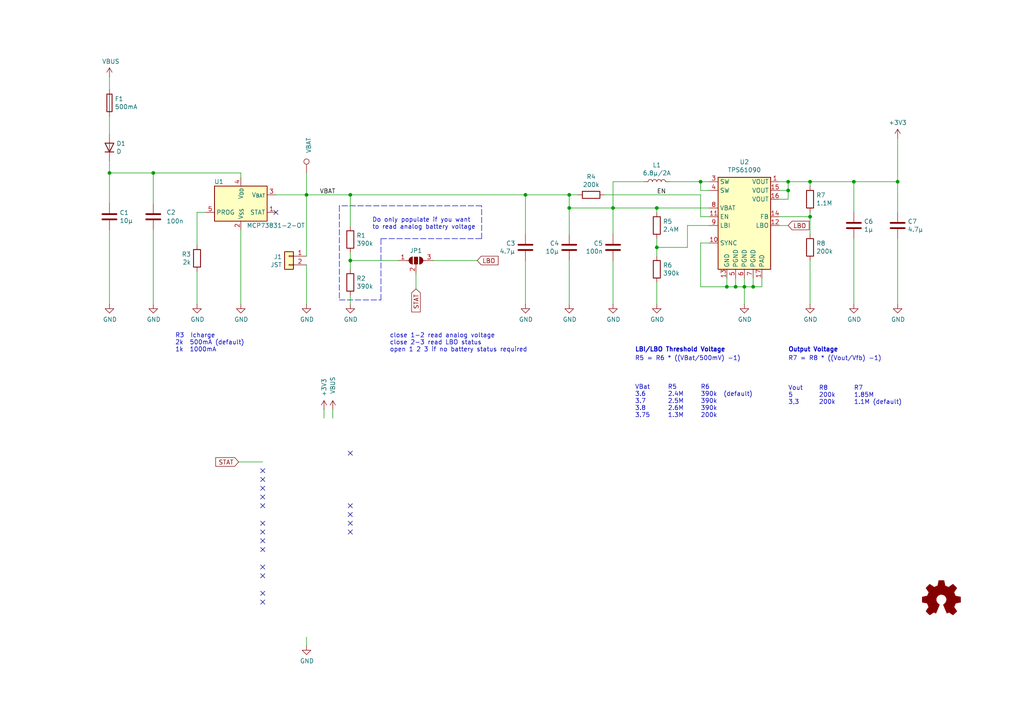
<source format=kicad_sch>
(kicad_sch (version 20231120) (generator "eeschema") (generator_version "8.0")
  (paper "A4")
  (title_block (title "BOOST") (date "2021-04-05") (rev "v1.5") (company "nerdyscout"))
  (lib_symbols
    (symbol "Battery_Management:MCP73831-2-OT"
      (property "Reference" "U" (at -7.62 6.35 0))
      (property "Value" "MCP73831-2-OT" (at 1.27 6.35 0))
      (symbol "MCP73831-2-OT_0_1"
        (rectangle (start -7.62 5.08) (end 7.62 -5.08) (stroke (width 0.254)) (fill (type background)))
      )
      (symbol "MCP73831-2-OT_1_1"
        (pin tri_state line (at 10.16 -2.54 180) (length 2.54) (name "STAT") (number "1"))
        (pin power_in line (at 0 -7.62 90) (length 2.54) (name "V_{SS}") (number "2"))
        (pin power_out line (at 10.16 2.54 180) (length 2.54) (name "V_{BAT}") (number "3"))
        (pin power_in line (at 0 7.62 270) (length 2.54) (name "V_{DD}") (number "4"))
        (pin input line (at -10.16 -2.54 0) (length 2.54) (name "PROG") (number "5"))
      )
    )
    (symbol "Connector:TestPoint" (pin_numbers hide) (pin_names (offset 0.762) hide)
      (property "Reference" "TP" (at 0 6.858 0))
      (property "Value" "TestPoint" (at 0 5.08 0))
      (symbol "TestPoint_0_1"
        (circle (center 0 3.302) (radius 0.762))
      )
      (symbol "TestPoint_1_1"
        (pin passive line (at 0 0 90) (length 2.54) (name "1") (number "1"))
      )
    )
    (symbol "Connector_Generic:Conn_01x02" (pin_names (offset 1.016) hide)
      (property "Reference" "J" (at 0 2.54 0))
      (property "Value" "Conn_01x02" (at 0 -5.08 0))
      (symbol "Conn_01x02_1_1"
        (rectangle (start -1.27 -2.413) (end 0 -2.667) (stroke (width 0.1524)))
        (rectangle (start -1.27 0.127) (end 0 -0.127) (stroke (width 0.1524)))
        (rectangle (start -1.27 1.27) (end 1.27 -3.81) (stroke (width 0.254)) (fill (type background)))
        (pin passive line (at -5.08 0 0) (length 3.81) (name "Pin_1") (number "1"))
        (pin passive line (at -5.08 -2.54 0) (length 3.81) (name "Pin_2") (number "2"))
      )
    )
    (symbol "Device:C" (pin_numbers hide) (pin_names (offset 0.254))
      (property "Reference" "C" (at 0.635 2.54 0))
      (property "Value" "C" (at 0.635 -2.54 0))
      (symbol "C_0_1"
        (polyline (pts (xy -2.032 -0.762) (xy 2.032 -0.762)) (stroke (width 0.508)))
        (polyline (pts (xy -2.032 0.762) (xy 2.032 0.762)) (stroke (width 0.508)))
      )
      (symbol "C_1_1"
        (pin passive line (at 0 3.81 270) (length 2.794) (name "~") (number "1"))
        (pin passive line (at 0 -3.81 90) (length 2.794) (name "~") (number "2"))
      )
    )
    (symbol "Device:D" (pin_numbers hide) (pin_names (offset 1.016) hide)
      (property "Reference" "D" (at 0 2.54 0))
      (property "Value" "D" (at 0 -2.54 0))
      (symbol "D_0_1"
        (polyline (pts (xy -1.27 1.27) (xy -1.27 -1.27)) (stroke (width 0.254)))
        (polyline (pts (xy 1.27 0) (xy -1.27 0)))
        (polyline (pts (xy 1.27 1.27) (xy 1.27 -1.27) (xy -1.27 0) (xy 1.27 1.27)) (stroke (width 0.254)))
      )
      (symbol "D_1_1"
        (pin passive line (at -3.81 0 0) (length 2.54) (name "K") (number "1"))
        (pin passive line (at 3.81 0 180) (length 2.54) (name "A") (number "2"))
      )
    )
    (symbol "Device:Fuse" (pin_numbers hide) (pin_names (offset 0))
      (property "Reference" "F" (at 2.032 0 90))
      (property "Value" "Fuse" (at -1.905 0 90))
      (symbol "Fuse_0_1"
        (rectangle (start -0.762 -2.54) (end 0.762 2.54) (stroke (width 0.254)))
        (polyline (pts (xy 0 2.54) (xy 0 -2.54)))
      )
      (symbol "Fuse_1_1"
        (pin passive line (at 0 3.81 270) (length 1.27) (name "~") (number "1"))
        (pin passive line (at 0 -3.81 90) (length 1.27) (name "~") (number "2"))
      )
    )
    (symbol "Device:L" (pin_numbers hide) (pin_names (offset 1.016) hide)
      (property "Reference" "L" (at -1.27 0 90))
      (property "Value" "L" (at 1.905 0 90))
      (symbol "L_0_1"
        (arc (start 0 -2.54) (mid 0.6323 -1.905) (end 0 -1.27))
        (arc (start 0 -1.27) (mid 0.6323 -0.635) (end 0 0))
        (arc (start 0 0) (mid 0.6323 0.635) (end 0 1.27))
        (arc (start 0 1.27) (mid 0.6323 1.905) (end 0 2.54))
      )
      (symbol "L_1_1"
        (pin passive line (at 0 3.81 270) (length 1.27) (name "1") (number "1"))
        (pin passive line (at 0 -3.81 90) (length 1.27) (name "2") (number "2"))
      )
    )
    (symbol "Device:R" (pin_numbers hide) (pin_names (offset 0))
      (property "Reference" "R" (at 2.032 0 90))
      (property "Value" "R" (at 0 0 90))
      (symbol "R_0_1"
        (rectangle (start -1.016 -2.54) (end 1.016 2.54) (stroke (width 0.254)))
      )
      (symbol "R_1_1"
        (pin passive line (at 0 3.81 270) (length 1.27) (name "~") (number "1"))
        (pin passive line (at 0 -3.81 90) (length 1.27) (name "~") (number "2"))
      )
    )
    (symbol "Graphic:Logo_Open_Hardware_Small" (in_bom no) (on_board no)
      (symbol "Logo_Open_Hardware_Small_0_1"
        (polyline (pts (xy 3.3528 -4.3434) (xy 3.302 -4.318) (xy 3.175 -4.2418) (xy 2.9972 -4.1148) (xy 2.7686 -3.9624) (xy 2.54 -3.81) (xy 2.3622 -3.7084) (xy 2.2352 -3.6068) (xy 2.1844 -3.5814) (xy 2.159 -3.6068) (xy 2.0574 -3.6576) (xy 1.905 -3.7338) (xy 1.8034 -3.7846) (xy 1.6764 -3.8354) (xy 1.6002 -3.8354) (xy 1.6002 -3.8354) (xy 1.5494 -3.7338) (xy 1.4732 -3.5306) (xy 1.3462 -3.302) (xy 1.2446 -3.0226) (xy 1.1176 -2.7178) (xy 0.9652 -2.413) (xy 0.8636 -2.1082) (xy 0.7366 -1.8288) (xy 0.6604 -1.6256) (xy 0.6096 -1.4732) (xy 0.5842 -1.397) (xy 0.5842 -1.397) (xy 0.6604 -1.3208) (xy 0.7874 -1.2446) (xy 1.0414 -1.016) (xy 1.2954 -0.6858) (xy 1.4478 -0.3302) (xy 1.524 0.0762) (xy 1.4732 0.4572) (xy 1.3208 0.8128) (xy 1.0668 1.143) (xy 0.762 1.3716) (xy 0.4064 1.524) (xy 0 1.5748) (xy -0.381 1.5494) (xy -0.7366 1.397) (xy -1.0668 1.143) (xy -1.2192 0.9906) (xy -1.397 0.6604) (xy -1.524 0.3048) (xy -1.524 0.2286) (xy -1.4986 -0.1778) (xy -1.397 -0.5334) (xy -1.1938 -0.8636) (xy -0.9144 -1.143) (xy -0.8636 -1.1684) (xy -0.7366 -1.27) (xy -0.635 -1.3462) (xy -0.5842 -1.397) (xy -1.0668 -2.5908) (xy -1.143 -2.794) (xy -1.2954 -3.1242) (xy -1.397 -3.4036) (xy -1.4986 -3.6322) (xy -1.5748 -3.7846) (xy -1.6002 -3.8354) (xy -1.6002 -3.8354) (xy -1.651 -3.8354) (xy -1.7272 -3.81) (xy -1.905 -3.7338) (xy -2.0066 -3.683) (xy -2.1336 -3.6068) (xy -2.2098 -3.5814) (xy -2.2606 -3.6068) (xy -2.3622 -3.683) (xy -2.54 -3.81) (xy -2.7686 -3.9624) (xy -2.9718 -4.0894) (xy -3.1496 -4.2164) (xy -3.302 -4.318) (xy -3.3528 -4.3434) (xy -3.3782 -4.3434) (xy -3.429 -4.318) (xy -3.5306 -4.2164) (xy -3.7084 -4.064) (xy -3.937 -3.8354) (xy -3.9624 -3.81) (xy -4.1656 -3.6068) (xy -4.318 -3.4544) (xy -4.4196 -3.3274) (xy -4.445 -3.2766) (xy -4.445 -3.2766) (xy -4.4196 -3.2258) (xy -4.318 -3.0734) (xy -4.2164 -2.8956) (xy -4.064 -2.667) (xy -3.6576 -2.0828) (xy -3.8862 -1.5494) (xy -3.937 -1.3716) (xy -4.0386 -1.1684) (xy -4.0894 -1.0414) (xy -4.1148 -0.9652) (xy -4.191 -0.9398) (xy -4.318 -0.9144) (xy -4.5466 -0.8636) (xy -4.8006 -0.8128) (xy -5.0546 -0.7874) (xy -5.2578 -0.7366) (xy -5.4356 -0.7112) (xy -5.5118 -0.6858) (xy -5.5118 -0.6858) (xy -5.5372 -0.635) (xy -5.5372 -0.5588) (xy -5.5372 -0.4318) (xy -5.5626 -0.2286) (xy -5.5626 0.0762) (xy -5.5626 0.127) (xy -5.5372 0.4064) (xy -5.5372 0.635) (xy -5.5372 0.762) (xy -5.5372 0.8382) (xy -5.5372 0.8382) (xy -5.461 0.8382) (xy -5.3086 0.889) (xy -5.08 0.9144) (xy -4.826 0.9652) (xy -4.8006 0.9906) (xy -4.5466 1.0414) (xy -4.318 1.0668) (xy -4.1656 1.1176) (xy -4.0894 1.143) (xy -4.0894 1.143) (xy -4.0386 1.2446) (xy -3.9624 1.4224) (xy -3.8608 1.6256) (xy -3.7846 1.8288) (xy -3.7084 2.0066) (xy -3.6576 2.159) (xy -3.6322 2.2098) (xy -3.6322 2.2098) (xy -3.683 2.286) (xy -3.7592 2.413) (xy -3.8862 2.5908) (xy -4.064 2.8194) (xy -4.064 2.8448) (xy -4.2164 3.0734) (xy -4.3434 3.2512) (xy -4.4196 3.3782) (xy -4.445 3.4544) (xy -4.445 3.4544) (xy -4.3942 3.5052) (xy -4.2926 3.6322) (xy -4.1148 3.81) (xy -3.937 4.0132) (xy -3.8608 4.064) (xy -3.6576 4.2926) (xy -3.5052 4.4196) (xy -3.4036 4.4958) (xy -3.3528 4.5212) (xy -3.3528 4.5212) (xy -3.302 4.4704) (xy -3.1496 4.3688) (xy -2.9718 4.2418) (xy -2.7432 4.0894) (xy -2.7178 4.0894) (xy -2.4892 3.937) (xy -2.3114 3.81) (xy -2.1844 3.7084) (xy -2.1336 3.683) (xy -2.1082 3.683) (xy -2.032 3.7084) (xy -1.8542 3.7592) (xy -1.6764 3.8354) (xy -1.4732 3.937) (xy -1.27 4.0132) (xy -1.143 4.064) (xy -1.0668 4.1148) (xy -1.0668 4.1148) (xy -1.0414 4.191) (xy -1.016 4.3434) (xy -0.9652 4.572) (xy -0.9144 4.8514) (xy -0.889 4.9022) (xy -0.8382 5.1562) (xy -0.8128 5.3848) (xy -0.7874 5.5372) (xy -0.762 5.588) (xy -0.7112 5.6134) (xy -0.5842 5.6134) (xy -0.4064 5.6134) (xy -0.1524 5.6134) (xy 0.0762 5.6134) (xy 0.3302 5.6134) (xy 0.5334 5.6134) (xy 0.6858 5.588) (xy 0.7366 5.588) (xy 0.7366 5.588) (xy 0.762 5.5118) (xy 0.8128 5.334) (xy 0.8382 5.1054) (xy 0.9144 4.826) (xy 0.9144 4.7752) (xy 0.9652 4.5212) (xy 1.016 4.2926) (xy 1.0414 4.1402) (xy 1.0668 4.0894) (xy 1.0668 4.0894) (xy 1.1938 4.0386) (xy 1.3716 3.9624) (xy 1.5748 3.8608) (xy 2.0828 3.6576) (xy 2.7178 4.0894) (xy 2.7686 4.1402) (xy 2.9972 4.2926) (xy 3.175 4.4196) (xy 3.302 4.4958) (xy 3.3782 4.5212) (xy 3.3782 4.5212) (xy 3.429 4.4704) (xy 3.556 4.3434) (xy 3.7338 4.191) (xy 3.9116 3.9878) (xy 4.064 3.8354) (xy 4.2418 3.6576) (xy 4.3434 3.556) (xy 4.4196 3.4798) (xy 4.4196 3.429) (xy 4.4196 3.4036) (xy 4.3942 3.3274) (xy 4.2926 3.2004) (xy 4.1656 2.9972) (xy 4.0132 2.794) (xy 3.8862 2.5908) (xy 3.7592 2.3876) (xy 3.6576 2.2352) (xy 3.6322 2.159) (xy 3.6322 2.1336) (xy 3.683 2.0066) (xy 3.7592 1.8288) (xy 3.8608 1.6002) (xy 4.064 1.1176) (xy 4.3942 1.0414) (xy 4.5974 1.016) (xy 4.8768 0.9652) (xy 5.1308 0.9144) (xy 5.5372 0.8382) (xy 5.5626 -0.6604) (xy 5.4864 -0.6858) (xy 5.4356 -0.6858) (xy 5.2832 -0.7366) (xy 5.0546 -0.762) (xy 4.8006 -0.8128) (xy 4.5974 -0.8636) (xy 4.3688 -0.9144) (xy 4.2164 -0.9398) (xy 4.1402 -0.9398) (xy 4.1148 -0.9652) (xy 4.064 -1.0668) (xy 3.9878 -1.2446) (xy 3.9116 -1.4478) (xy 3.81 -1.651) (xy 3.7338 -1.8542) (xy 3.683 -2.0066) (xy 3.6576 -2.0828) (xy 3.683 -2.1336) (xy 3.7846 -2.2606) (xy 3.8862 -2.4638) (xy 4.0386 -2.667) (xy 4.191 -2.8956) (xy 4.318 -3.0734) (xy 4.3942 -3.2004) (xy 4.445 -3.2766) (xy 4.4196 -3.3274) (xy 4.3434 -3.429) (xy 4.1656 -3.5814) (xy 3.937 -3.8354) (xy 3.8862 -3.8608) (xy 3.683 -4.064) (xy 3.5306 -4.2164) (xy 3.4036 -4.318) (xy 3.3528 -4.3434)) (fill (type outline)))
      )
    )
    (symbol "Jumper:SolderJumper_3_Open" (pin_names (offset 0) hide) (exclude_from_sim yes) (in_bom no)
      (property "Reference" "JP" (at -2.54 -2.54 0))
      (property "Value" "SolderJumper_3_Open" (at 0 2.794 0))
      (symbol "SolderJumper_3_Open_0_1"
        (arc (start -1.016 1.016) (mid -2.0276 0) (end -1.016 -1.016))
        (arc (start -1.016 1.016) (mid -2.0276 0) (end -1.016 -1.016) (fill (type outline)))
        (rectangle (start -0.508 1.016) (end 0.508 -1.016) (fill (type outline)))
        (polyline (pts (xy -2.54 0) (xy -2.032 0)))
        (polyline (pts (xy -1.016 1.016) (xy -1.016 -1.016)))
        (polyline (pts (xy 0 -1.27) (xy 0 -1.016)))
        (polyline (pts (xy 1.016 1.016) (xy 1.016 -1.016)))
        (polyline (pts (xy 2.54 0) (xy 2.032 0)))
        (arc (start 1.016 -1.016) (mid 2.0276 0) (end 1.016 1.016))
        (arc (start 1.016 -1.016) (mid 2.0276 0) (end 1.016 1.016) (fill (type outline)))
      )
      (symbol "SolderJumper_3_Open_1_1"
        (pin passive line (at -5.08 0 0) (length 2.54) (name "A") (number "1"))
        (pin passive line (at 0 -3.81 90) (length 2.54) (name "C") (number "2"))
        (pin passive line (at 5.08 0 180) (length 2.54) (name "B") (number "3"))
      )
    )
    (symbol "Regulator_Switching:TPS61090"
      (property "Reference" "U" (at -7.62 15.24 0))
      (property "Value" "TPS61090" (at 1.27 15.24 0))
      (symbol "TPS61090_0_0"
        (pin power_out line (at 10.16 12.7 180) (length 2.54) (name "VOUT") (number "1"))
        (pin input line (at -10.16 -5.08 0) (length 2.54) (name "SYNC") (number "10"))
        (pin input line (at -10.16 2.54 0) (length 2.54) (name "EN") (number "11"))
        (pin open_collector line (at 10.16 0 180) (length 2.54) (name "LBO") (number "12"))
        (pin power_in line (at -5.08 -15.24 90) (length 2.54) (name "GND") (number "13"))
        (pin input line (at 10.16 2.54 180) (length 2.54) (name "FB") (number "14"))
        (pin passive line (at 10.16 10.16 180) (length 2.54) (name "VOUT") (number "15"))
        (pin passive line (at 10.16 7.62 180) (length 2.54) (name "VOUT") (number "16"))
        (pin power_in line (at 5.08 -15.24 90) (length 2.54) (name "PAD") (number "17"))
        (pin no_connect line (at 10.16 -5.08 180) (length 2.54) hide (name "NC") (number "2"))
        (pin passive line (at -10.16 12.7 0) (length 2.54) (name "SW") (number "3"))
        (pin passive line (at -10.16 10.16 0) (length 2.54) (name "SW") (number "4"))
        (pin power_in line (at -2.54 -15.24 90) (length 2.54) (name "PGND") (number "5"))
        (pin power_in line (at 0 -15.24 90) (length 2.54) (name "PGND") (number "6"))
        (pin power_in line (at 2.54 -15.24 90) (length 2.54) (name "PGND") (number "7"))
        (pin power_in line (at -10.16 5.08 0) (length 2.54) (name "VBAT") (number "8"))
        (pin input line (at -10.16 0 0) (length 2.54) (name "LBI") (number "9"))
      )
      (symbol "TPS61090_0_1"
        (rectangle (start -7.62 13.97) (end 7.62 -12.7) (stroke (width 0.254)) (fill (type background)))
      )
    )
    (symbol "power:+3V3" (power) (pin_numbers hide) (pin_names (offset 0) hide)
      (property "Value" "+3V3" (at 0 3.556 0))
      (symbol "+3V3_0_1"
        (polyline (pts (xy -0.762 1.27) (xy 0 2.54)))
        (polyline (pts (xy 0 0) (xy 0 2.54)))
        (polyline (pts (xy 0 2.54) (xy 0.762 1.27)))
      )
      (symbol "+3V3_1_1"
        (pin power_in line (at 0 0 90) (length 0) (name "~") (number "1"))
      )
    )
    (symbol "power:GND" (power) (pin_numbers hide) (pin_names (offset 0) hide)
      (property "Value" "GND" (at 0 -3.81 0))
      (symbol "GND_0_1"
        (polyline (pts (xy 0 0) (xy 0 -1.27) (xy 1.27 -1.27) (xy 0 -2.54) (xy -1.27 -1.27) (xy 0 -1.27)))
      )
      (symbol "GND_1_1"
        (pin power_in line (at 0 0 270) (length 0) (name "~") (number "1"))
      )
    )
    (symbol "power:VBUS" (power) (pin_numbers hide) (pin_names (offset 0) hide)
      (property "Value" "VBUS" (at 0 3.556 0))
      (symbol "VBUS_0_1"
        (polyline (pts (xy -0.762 1.27) (xy 0 2.54)))
        (polyline (pts (xy 0 0) (xy 0 2.54)))
        (polyline (pts (xy 0 2.54) (xy 0.762 1.27)))
      )
      (symbol "VBUS_1_1"
        (pin power_in line (at 0 0 90) (length 0) (name "~") (number "1"))
      )
    )
  )
  (junction (at 165.1 60.325))
  (junction (at 44.45 50.165))
  (junction (at 203.2 52.705))
  (junction (at 177.8 60.325))
  (junction (at 247.65 52.705))
  (junction (at 165.1 56.515))
  (junction (at 88.9 56.515))
  (junction (at 234.95 62.865))
  (junction (at 101.6 56.515))
  (junction (at 228.6 55.245))
  (junction (at 210.82 83.185))
  (junction (at 260.35 52.705))
  (junction (at 190.5 71.755))
  (junction (at 190.5 60.325))
  (junction (at 234.95 52.705))
  (junction (at 152.4 56.515))
  (junction (at 101.6 75.565))
  (junction (at 31.75 50.165))
  (junction (at 215.9 83.185))
  (junction (at 213.36 83.185))
  (junction (at 218.44 83.185))
  (junction (at 228.6 52.705))
  (no_connect (at 101.6 146.685))
  (no_connect (at 76.2 144.145))
  (no_connect (at 101.6 131.445))
  (no_connect (at 76.2 172.085))
  (no_connect (at 76.2 159.385))
  (no_connect (at 76.2 174.625))
  (no_connect (at 76.2 167.005))
  (no_connect (at 76.2 146.685))
  (no_connect (at 101.6 151.765))
  (no_connect (at 76.2 151.765))
  (no_connect (at 101.6 149.225))
  (no_connect (at 76.2 164.465))
  (no_connect (at 101.6 154.305))
  (no_connect (at 80.01 61.595))
  (no_connect (at 76.2 156.845))
  (no_connect (at 76.2 154.305))
  (no_connect (at 76.2 141.605))
  (no_connect (at 76.2 136.525))
  (no_connect (at 76.2 139.065))
  (wire (pts (xy 120.65 83.82) (xy 120.65 79.375)))
  (wire (pts (xy 234.95 52.705) (xy 228.6 52.705)))
  (wire (pts (xy 247.65 69.215) (xy 247.65 88.265)))
  (wire (pts (xy 199.39 65.405) (xy 199.39 71.755)))
  (wire (pts (xy 203.2 52.705) (xy 205.74 52.705)))
  (wire (pts (xy 31.75 33.655) (xy 31.75 38.989)))
  (wire (pts (xy 101.6 73.279) (xy 101.6 75.565)))
  (wire (pts (xy 88.9 50.165) (xy 88.9 56.515)))
  (wire (pts (xy 31.75 50.165) (xy 31.75 59.055)))
  (wire (pts (xy 260.35 69.215) (xy 260.35 88.265)))
  (wire (pts (xy 69.85 50.165) (xy 69.85 51.435)))
  (wire (pts (xy 125.73 75.565) (xy 138.43 75.565)))
  (wire (pts (xy 177.8 67.945) (xy 177.8 60.325)))
  (wire (pts (xy 210.82 80.645) (xy 210.82 83.185)))
  (wire (pts (xy 205.74 60.325) (xy 190.5 60.325)))
  (wire (pts (xy 190.5 74.295) (xy 190.5 71.755)))
  (wire (pts (xy 88.9 187.325) (xy 88.9 184.785)))
  (wire (pts (xy 115.57 75.565) (xy 101.6 75.565)))
  (wire (pts (xy 218.44 80.645) (xy 218.44 83.185)))
  (wire (pts (xy 165.1 88.265) (xy 165.1 75.565)))
  (wire (pts (xy 260.35 52.705) (xy 260.35 61.595)))
  (wire (pts (xy 226.06 57.785) (xy 228.6 57.785)))
  (polyline (pts (xy 98.425 86.995) (xy 110.49 86.995)) (stroke (width 0) (type dash)))
  (wire (pts (xy 31.75 46.609) (xy 31.75 50.165)))
  (wire (pts (xy 247.65 61.595) (xy 247.65 52.705)))
  (polyline (pts (xy 139.7 59.69) (xy 98.425 59.69)) (stroke (width 0) (type dash)))
  (wire (pts (xy 205.74 65.405) (xy 199.39 65.405)))
  (wire (pts (xy 203.2 70.485) (xy 203.2 83.185)))
  (wire (pts (xy 190.5 71.755) (xy 199.39 71.755)))
  (polyline (pts (xy 110.49 69.215) (xy 139.7 69.215)) (stroke (width 0) (type dash)))
  (wire (pts (xy 152.4 56.515) (xy 165.1 56.515)))
  (wire (pts (xy 205.74 70.485) (xy 203.2 70.485)))
  (wire (pts (xy 215.9 83.185) (xy 215.9 88.265)))
  (wire (pts (xy 228.6 57.785) (xy 228.6 55.245)))
  (wire (pts (xy 44.45 66.675) (xy 44.45 88.265)))
  (wire (pts (xy 101.6 75.565) (xy 101.6 78.105)))
  (wire (pts (xy 226.06 62.865) (xy 234.95 62.865)))
  (wire (pts (xy 228.6 55.245) (xy 228.6 52.705)))
  (wire (pts (xy 247.65 52.705) (xy 260.35 52.705)))
  (wire (pts (xy 234.95 52.705) (xy 247.65 52.705)))
  (wire (pts (xy 165.1 60.325) (xy 165.1 67.945)))
  (wire (pts (xy 101.6 88.265) (xy 101.6 85.725)))
  (wire (pts (xy 186.69 52.705) (xy 177.8 52.705)))
  (wire (pts (xy 210.82 83.185) (xy 213.36 83.185)))
  (wire (pts (xy 101.6 56.515) (xy 152.4 56.515)))
  (wire (pts (xy 88.9 56.515) (xy 80.01 56.515)))
  (polyline (pts (xy 110.49 86.995) (xy 110.49 69.215)) (stroke (width 0) (type dash)))
  (wire (pts (xy 177.8 75.565) (xy 177.8 88.265)))
  (wire (pts (xy 218.44 83.185) (xy 220.98 83.185)))
  (wire (pts (xy 194.31 52.705) (xy 203.2 52.705)))
  (wire (pts (xy 57.15 88.265) (xy 57.15 78.74)))
  (wire (pts (xy 215.9 80.645) (xy 215.9 83.185)))
  (wire (pts (xy 88.9 56.515) (xy 101.6 56.515)))
  (wire (pts (xy 220.98 83.185) (xy 220.98 80.645)))
  (wire (pts (xy 228.6 52.705) (xy 226.06 52.705)))
  (wire (pts (xy 44.45 50.165) (xy 44.45 59.055)))
  (wire (pts (xy 57.15 61.595) (xy 57.15 71.12)))
  (wire (pts (xy 260.35 40.005) (xy 260.35 52.705)))
  (wire (pts (xy 215.9 83.185) (xy 218.44 83.185)))
  (wire (pts (xy 213.36 83.185) (xy 215.9 83.185)))
  (wire (pts (xy 44.45 50.165) (xy 69.85 50.165)))
  (wire (pts (xy 205.74 55.245) (xy 203.2 55.245)))
  (wire (pts (xy 177.8 60.325) (xy 165.1 60.325)))
  (wire (pts (xy 234.95 62.865) (xy 234.95 61.595)))
  (wire (pts (xy 177.8 52.705) (xy 177.8 60.325)))
  (wire (pts (xy 93.98 118.745) (xy 93.98 121.285)))
  (wire (pts (xy 69.215 133.985) (xy 76.2 133.985)))
  (wire (pts (xy 59.69 61.595) (xy 57.15 61.595)))
  (wire (pts (xy 203.2 56.515) (xy 203.2 62.865)))
  (wire (pts (xy 234.95 53.975) (xy 234.95 52.705)))
  (wire (pts (xy 167.64 56.515) (xy 165.1 56.515)))
  (wire (pts (xy 228.6 65.405) (xy 226.06 65.405)))
  (wire (pts (xy 88.9 74.295) (xy 88.9 56.515)))
  (wire (pts (xy 203.2 83.185) (xy 210.82 83.185)))
  (wire (pts (xy 152.4 88.265) (xy 152.4 75.565)))
  (wire (pts (xy 190.5 88.265) (xy 190.5 81.915)))
  (wire (pts (xy 203.2 62.865) (xy 205.74 62.865)))
  (wire (pts (xy 234.95 75.565) (xy 234.95 88.265)))
  (polyline (pts (xy 139.7 69.215) (xy 139.7 59.69)) (stroke (width 0) (type dash)))
  (wire (pts (xy 101.6 56.515) (xy 101.6 65.659)))
  (wire (pts (xy 31.75 66.675) (xy 31.75 88.265)))
  (wire (pts (xy 175.26 56.515) (xy 203.2 56.515)))
  (wire (pts (xy 213.36 80.645) (xy 213.36 83.185)))
  (wire (pts (xy 31.75 50.165) (xy 44.45 50.165)))
  (wire (pts (xy 190.5 71.755) (xy 190.5 69.215)))
  (wire (pts (xy 165.1 56.515) (xy 165.1 60.325)))
  (wire (pts (xy 88.9 76.835) (xy 88.9 88.265)))
  (wire (pts (xy 190.5 60.325) (xy 190.5 61.595)))
  (wire (pts (xy 234.95 62.865) (xy 234.95 67.945)))
  (wire (pts (xy 190.5 60.325) (xy 177.8 60.325)))
  (wire (pts (xy 203.2 55.245) (xy 203.2 52.705)))
  (wire (pts (xy 69.85 88.265) (xy 69.85 66.675)))
  (wire (pts (xy 31.75 26.035) (xy 31.75 22.225)))
  (polyline (pts (xy 98.425 59.69) (xy 98.425 86.995)) (stroke (width 0) (type dash)))
  (wire (pts (xy 96.52 118.745) (xy 96.52 121.285)))
  (wire (pts (xy 226.06 55.245) (xy 228.6 55.245)))
  (wire (pts (xy 152.4 67.945) (xy 152.4 56.515)))
  (text "R7\n1.85M\n1.1M (default)" (at 247.65 117.475 0) (effects (font (size 1.27 1.27)) (justify left bottom)))
  (text "Vout\n5\n3,3" (at 228.6 117.475 0) (effects (font (size 1.27 1.27)) (justify left bottom)))
  (text "LBI/LBO Threshold Voltage" (at 184.15 102.235 0) (effects (font (size 1.27 1.27) (thickness 0.254) (bold yes)) (justify left bottom)))
  (text "Output Voltage" (at 228.6 102.235 0) (effects (font (size 1.27 1.27) (thickness 0.254) (bold yes)) (justify left bottom)))
  (text "R7 = R8 * ((Vout/Vfb) -1)" (at 228.6 104.775 0) (effects (font (size 1.27 1.27)) (justify left bottom)))
  (text "R6\n390k  (default)\n390k\n390k\n200k" (at 203.2 121.285 0) (effects (font (size 1.27 1.27)) (justify left bottom)))
  (text "close 1-2 read analog voltage\nclose 2-3 read LBO status\nopen 1 2 3 if no battery status required" (at 113.03 102.235 0) (effects (font (size 1.27 1.27)) (justify left bottom)))
  (text "R3  Icharge\n2k  500mA (default)\n1k  1000mA" (at 50.8 102.235 0) (effects (font (size 1.27 1.27)) (justify left bottom)))
  (text "Do only populate if you want\nto read analog battery voltage" (at 107.95 66.675 0) (effects (font (size 1.27 1.27)) (justify left bottom)))
  (text "R5 = R6 * ((VBat/500mV) -1)" (at 184.15 104.775 0) (effects (font (size 1.27 1.27)) (justify left bottom)))
  (text "R5\n2.4M\n2.5M\n2.6M\n1.3M" (at 193.675 121.285 0) (effects (font (size 1.27 1.27)) (justify left bottom)))
  (text "VBat\n3.6\n3.7\n3.8\n3.75" (at 184.15 121.285 0) (effects (font (size 1.27 1.27)) (justify left bottom)))
  (text "R8\n200k\n200k" (at 237.49 117.475 0) (effects (font (size 1.27 1.27)) (justify left bottom)))
  (label "EN" (at 190.5 56.515 0))
  (label "VBAT" (at 92.71 56.515 0))
  (global_label "LBO" (shape input) (at 138.43 75.565 0) (property "Intersheetrefs" "${INTERSHEET_REFS}" (effects (hide yes))))
  (global_label "STAT" (shape input) (at 69.215 133.985 180) (property "Intersheetrefs" "${INTERSHEET_REFS}" (effects (hide yes))))
  (global_label "LBO" (shape input) (at 228.6 65.405 0) (property "Intersheetrefs" "${INTERSHEET_REFS}" (effects (hide yes))))
  (global_label "STAT" (shape input) (at 120.65 83.82 270) (property "Intersheetrefs" "${INTERSHEET_REFS}" (effects (hide yes))))
  (symbol (lib_id "Connector_Generic:Conn_01x02") (at 83.82 74.295 0) (mirror y) (unit 1)
    (property "Reference" "J1" (at 81.788 74.4982 0) (effects (justify left)))
    (property "Value" "JST" (at 81.788 76.8096 0) (effects (justify left)))
    (property "Footprint" "Connector_JST:JST_PH_S2B-PH-SM4-TB_1x02-1MP_P2.00mm_Horizontal" (effects (hide yes)))
    (property "Variant" "3V3, 5V" (effects (hide yes)))
  )
  (symbol (lib_id "Device:Fuse") (at 31.75 29.845 0) (unit 1)
    (property "Reference" "F1" (at 33.274 28.6766 0) (effects (justify left)))
    (property "Value" "500mA" (at 33.274 30.988 0) (effects (justify left)))
    (property "Footprint" "Fuse:Fuse_0603_1608Metric" (effects (hide yes)))
    (property "MPN" "04000025WR" (effects (hide yes)))
  )
  (symbol (lib_id "Device:D") (at 31.75 42.799 90) (unit 1)
    (property "Reference" "D1" (at 33.7566 41.6306 90) (effects (justify right)))
    (property "Value" "D" (at 33.7566 43.942 90) (effects (justify right)))
    (property "Footprint" "Diode_SMD:D_0603_1608Metric" (effects (hide yes)))
    (property "Variant" "3V3, 5V" (effects (hide yes)))
  )
  (symbol (lib_id "Device:R") (at 101.6 69.469 0) (unit 1)
    (property "Reference" "R1" (at 103.378 68.3006 0) (effects (justify left)))
    (property "Value" "390k" (at 103.378 70.612 0) (effects (justify left)))
    (property "Footprint" "Resistor_SMD:R_0603_1608Metric" (effects (hide yes)))
    (property "MPN" "0603WAF3903T5E" (effects (hide yes)))
  )
  (symbol (lib_id "Device:R") (at 101.6 81.915 0) (unit 1)
    (property "Reference" "R2" (at 103.378 80.7466 0) (effects (justify left)))
    (property "Value" "390k" (at 103.378 83.058 0) (effects (justify left)))
    (property "Footprint" "Resistor_SMD:R_0603_1608Metric" (effects (hide yes)))
    (property "MPN" "0603WAF3903T5E" (effects (hide yes)))
  )
  (symbol (lib_id "power:GND") (at 101.6 88.265 0) (unit 1)
    (property "Reference" "#PWR011" (effects (hide yes)))
    (property "Value" "GND" (at 101.727 92.6592 0))
  )
  (symbol (lib_id "power:GND") (at 88.9 88.265 0) (unit 1)
    (property "Reference" "#PWR010" (effects (hide yes)))
    (property "Value" "GND" (at 89.027 92.6592 0))
  )
  (symbol (lib_id "Device:C") (at 44.45 62.865 0) (mirror x) (unit 1)
    (property "Reference" "C2" (at 48.26 61.595 0) (effects (justify left)))
    (property "Value" "100n" (at 48.26 64.135 0) (effects (justify left)))
    (property "Footprint" "Capacitor_SMD:C_0603_1608Metric" (effects (hide yes)))
    (property "MPN" "CL10B104KO8NNNC" (effects (hide yes)))
    (property "Variant" "3V3, 5V" (effects (hide yes)))
  )
  (symbol (lib_id "power:GND") (at 44.45 88.265 0) (unit 1)
    (property "Reference" "#PWR09" (effects (hide yes)))
    (property "Value" "GND" (at 44.577 92.6592 0))
  )
  (symbol (lib_id "power:GND") (at 31.75 88.265 0) (unit 1)
    (property "Reference" "#PWR07" (effects (hide yes)))
    (property "Value" "GND" (at 31.877 92.6592 0))
  )
  (symbol (lib_id "power:VBUS") (at 31.75 22.225 0) (unit 1)
    (property "Reference" "#PWR06" (effects (hide yes)))
    (property "Value" "VBUS" (at 32.131 17.8308 0))
  )
  (symbol (lib_id "Device:C") (at 31.75 62.865 0) (unit 1)
    (property "Reference" "C1" (at 34.671 61.6966 0) (effects (justify left)))
    (property "Value" "10µ" (at 34.671 64.008 0) (effects (justify left)))
    (property "Footprint" "Capacitor_SMD:C_0603_1608Metric" (effects (hide yes)))
    (property "MPN" "CL10A106KP8NNNC" (effects (hide yes)))
    (property "Variant" "3V3, 5V" (effects (hide yes)))
  )
  (symbol (lib_id "Jumper:SolderJumper_3_Open") (at 120.65 75.565 0) (unit 1)
    (property "Reference" "JP1" (at 120.65 72.6948 0))
    (property "Value" "SolderJumper_3_Open" (effects (hide yes)))
    (property "Footprint" "Jumper:SolderJumper-3_P1.3mm_Open_RoundedPad1.0x1.5mm" (effects (hide yes)))
  )
  (symbol (lib_id "power:+3V3") (at 93.98 118.745 0) (unit 1)
    (property "Reference" "#PWR0101" (effects (hide yes)))
    (property "Value" "+3V3" (at 93.98 112.395 90))
  )
  (symbol (lib_id "power:+3V3") (at 260.35 40.005 0) (unit 1)
    (property "Reference" "#PWR0102" (effects (hide yes)))
    (property "Value" "+3V3" (at 260.35 35.56 0))
  )
  (symbol (lib_id "power:GND") (at 57.15 88.265 0) (unit 1)
    (property "Reference" "#PWR0103" (effects (hide yes)))
    (property "Value" "GND" (at 57.277 92.6592 0))
  )
  (symbol (lib_id "power:GND") (at 69.85 88.265 0) (unit 1)
    (property "Reference" "#PWR0104" (effects (hide yes)))
    (property "Value" "GND" (at 69.977 92.6592 0))
  )
  (symbol (lib_id "power:GND") (at 152.4 88.265 0) (unit 1)
    (property "Reference" "#PWR0105" (effects (hide yes)))
    (property "Value" "GND" (at 152.527 92.6592 0))
  )
  (symbol (lib_id "power:GND") (at 165.1 88.265 0) (unit 1)
    (property "Reference" "#PWR0106" (effects (hide yes)))
    (property "Value" "GND" (at 165.227 92.6592 0))
  )
  (symbol (lib_id "power:GND") (at 177.8 88.265 0) (unit 1)
    (property "Reference" "#PWR0107" (effects (hide yes)))
    (property "Value" "GND" (at 177.927 92.6592 0))
  )
  (symbol (lib_id "power:GND") (at 190.5 88.265 0) (unit 1)
    (property "Reference" "#PWR0108" (effects (hide yes)))
    (property "Value" "GND" (at 190.627 92.6592 0))
  )
  (symbol (lib_id "power:GND") (at 215.9 88.265 0) (unit 1)
    (property "Reference" "#PWR0109" (effects (hide yes)))
    (property "Value" "GND" (at 216.027 92.6592 0))
  )
  (symbol (lib_id "power:GND") (at 234.95 88.265 0) (unit 1)
    (property "Reference" "#PWR0110" (effects (hide yes)))
    (property "Value" "GND" (at 235.077 92.6592 0))
  )
  (symbol (lib_id "power:GND") (at 247.65 88.265 0) (unit 1)
    (property "Reference" "#PWR0111" (effects (hide yes)))
    (property "Value" "GND" (at 247.777 92.6592 0))
  )
  (symbol (lib_id "power:GND") (at 260.35 88.265 0) (unit 1)
    (property "Reference" "#PWR0112" (effects (hide yes)))
    (property "Value" "GND" (at 260.477 92.6592 0))
  )
  (symbol (lib_id "Device:L") (at 190.5 52.705 90) (unit 1)
    (property "Reference" "L1" (at 190.5 47.879 90))
    (property "Value" "6.8µ/2A" (at 190.5 50.1904 90))
    (property "Footprint" "Inductor_SMD:L_Bourns_SRN6045TA" (effects (hide yes)))
    (property "MPN" "744787068" (effects (hide yes)))
  )
  (symbol (lib_id "Device:R") (at 57.15 74.93 180) (unit 1)
    (property "Reference" "R3" (at 55.3974 73.7616 0) (effects (justify left)))
    (property "Value" "2k" (at 55.3974 76.073 0) (effects (justify left)))
    (property "Footprint" "Resistor_SMD:R_0603_1608Metric" (effects (hide yes)))
    (property "MPN" "0603WAF2001T5E" (effects (hide yes)))
  )
  (symbol (lib_id "Device:R") (at 171.45 56.515 270) (unit 1)
    (property "Reference" "R4" (at 171.45 51.2572 90))
    (property "Value" "200k" (at 171.45 53.5686 90))
    (property "Footprint" "Resistor_SMD:R_0603_1608Metric" (effects (hide yes)))
    (property "MPN" "0603WAF2003T5E" (effects (hide yes)))
  )
  (symbol (lib_id "Device:R") (at 190.5 65.405 0) (unit 1)
    (property "Reference" "R5" (at 192.278 64.2366 0) (effects (justify left)))
    (property "Value" "2.4M" (at 192.278 66.548 0) (effects (justify left)))
    (property "Footprint" "Resistor_SMD:R_0603_1608Metric" (effects (hide yes)))
    (property "MPN" "WR06W2404FTL" (effects (hide yes)))
  )
  (symbol (lib_id "Device:R") (at 190.5 78.105 0) (unit 1)
    (property "Reference" "R6" (at 192.278 76.9366 0) (effects (justify left)))
    (property "Value" "390k" (at 192.278 79.248 0) (effects (justify left)))
    (property "Footprint" "Resistor_SMD:R_0603_1608Metric" (effects (hide yes)))
    (property "MPN" "0603WAF3903T5E" (effects (hide yes)))
  )
  (symbol (lib_id "Device:R") (at 234.95 57.785 0) (unit 1)
    (property "Reference" "R7" (at 236.728 56.6166 0) (effects (justify left)))
    (property "Value" "1.1M" (at 236.728 58.928 0) (effects (justify left)))
    (property "Footprint" "Resistor_SMD:R_0603_1608Metric" (effects (hide yes)))
    (property "MPN" "RM06FTN1104" (effects (hide yes)))
  )
  (symbol (lib_id "Device:R") (at 234.95 71.755 0) (unit 1)
    (property "Reference" "R8" (at 236.728 70.5866 0) (effects (justify left)))
    (property "Value" "200k" (at 236.728 72.898 0) (effects (justify left)))
    (property "Footprint" "Resistor_SMD:R_0603_1608Metric" (effects (hide yes)))
    (property "MPN" "0603WAF2003T5E" (effects (hide yes)))
  )
  (symbol (lib_id "Device:C") (at 152.4 71.755 0) (mirror x) (unit 1)
    (property "Reference" "C3" (at 149.479 70.5866 0) (effects (justify right)))
    (property "Value" "4.7µ" (at 149.479 72.898 0) (effects (justify right)))
    (property "Footprint" "Capacitor_SMD:C_0603_1608Metric" (effects (hide yes)))
    (property "MPN" "CL10A475KO8NNNC" (effects (hide yes)))
  )
  (symbol (lib_id "Device:C") (at 165.1 71.755 0) (mirror x) (unit 1)
    (property "Reference" "C4" (at 162.179 70.5866 0) (effects (justify right)))
    (property "Value" "10µ" (at 162.179 72.898 0) (effects (justify right)))
    (property "Footprint" "Capacitor_SMD:C_0603_1608Metric" (effects (hide yes)))
    (property "MPN" "CL10A106KP8NNNC" (effects (hide yes)))
  )
  (symbol (lib_id "Device:C") (at 177.8 71.755 0) (unit 1)
    (property "Reference" "C5" (at 174.879 70.5866 0) (effects (justify right)))
    (property "Value" "100n" (at 174.879 72.898 0) (effects (justify right)))
    (property "Footprint" "Capacitor_SMD:C_0603_1608Metric" (effects (hide yes)))
    (property "MPN" "CL10B104KO8NNNC" (effects (hide yes)))
  )
  (symbol (lib_id "Device:C") (at 247.65 65.405 0) (unit 1)
    (property "Reference" "C6" (at 250.571 64.2366 0) (effects (justify left)))
    (property "Value" "1µ" (at 250.571 66.548 0) (effects (justify left)))
    (property "Footprint" "Capacitor_SMD:C_0603_1608Metric" (effects (hide yes)))
    (property "MPN" "C0603X105K9RACAUTO" (effects (hide yes)))
  )
  (symbol (lib_id "Device:C") (at 260.35 65.405 0) (unit 1)
    (property "Reference" "C7" (at 263.271 64.2366 0) (effects (justify left)))
    (property "Value" "4.7µ" (at 263.271 66.548 0) (effects (justify left)))
    (property "Footprint" "Capacitor_SMD:C_0603_1608Metric" (effects (hide yes)))
    (property "MPN" "CL10A475KO8NNNC" (effects (hide yes)))
  )
  (symbol (lib_id "Battery_Management:MCP73831-2-OT") (at 69.85 59.055 0) (unit 1)
    (property "Reference" "U1" (at 63.5 52.705 0))
    (property "Value" "MCP73831-2-OT" (at 80.01 65.405 0))
    (property "Footprint" "Package_TO_SOT_SMD:SOT-23-5" (effects (hide yes)))
    (property "Datasheet" "http://ww1.microchip.com/downloads/en/DeviceDoc/20001984g.pdf" (effects (hide yes)))
    (property "MPN" "MCP73831T-2ACI/OT " (effects (hide yes)))
    (property "Variant" "3V3, 5V" (effects (hide yes)))
  )
  (symbol (lib_id "Regulator_Switching:TPS61090") (at 215.9 65.405 0) (unit 1)
    (property "Reference" "U2" (at 215.9 46.99 0))
    (property "Value" "TPS61090" (at 215.9 49.3014 0))
    (property "Footprint" "Package_DFN_QFN:Texas_S-PVQFN-N16_EP2.7x2.7mm_ThermalVias" (effects (hide yes)))
    (property "Datasheet" "http://www.ti.com/lit/ds/symlink/tps61090.pdf" (effects (hide yes)))
    (property "MPN" "TPS61090RSAR" (effects (hide yes)))
    (property "Variant" "3V3, 5V" (effects (hide yes)))
  )
  (symbol (lib_id "Connector:TestPoint") (at 88.9 50.165 0) (unit 1)
    (property "Reference" "TP1" (effects (hide yes)))
    (property "Value" "VBAT" (at 89.535 44.45 90) (effects (justify left)))
    (property "Footprint" "TestPoint:TestPoint_THTPad_D2.0mm_Drill1.0mm" (effects (hide yes)))
  )
  (symbol (lib_id "Graphic:Logo_Open_Hardware_Small") (at 273.05 173.99 0) (unit 1)
    (property "Reference" "LOGO1" (effects (hide yes)))
    (property "Value" "Logo_Open_Hardware_Small" (effects (hide yes)))
    (property "Footprint" "Symbol:OSHW-Symbol_6.7x6mm_SilkScreen" (effects (hide yes)))
  )
  (symbol (lib_id "ProMicro:Sparkfun_Pro_Micro") (at 88.9 151.765 0) (unit 1)
    (property "Reference" "A1" (at 80.01 122.555 0))
    (property "Value" "Sparkfun_Pro_Micro" (at 99.06 183.515 0))
    (property "Footprint" "lib:ProMicro" (effects (hide yes)))
    (property "Datasheet" "https://cdn.sparkfun.com/datasheets/Dev/Arduino/Boards/Pro_Micro_v13b.pdf" (effects (hide yes)))
  )
  (symbol (lib_id "power:GND") (at 88.9 187.325 0) (unit 1)
    (property "Reference" "#PWR0113" (effects (hide yes)))
    (property "Value" "GND" (at 89.027 191.7192 0))
  )
  (symbol (lib_id "power:VBUS") (at 96.52 118.745 0) (unit 1)
    (property "Reference" "#PWR0114" (effects (hide yes)))
    (property "Value" "VBUS" (at 96.52 111.76 90))
  )
)
</source>
